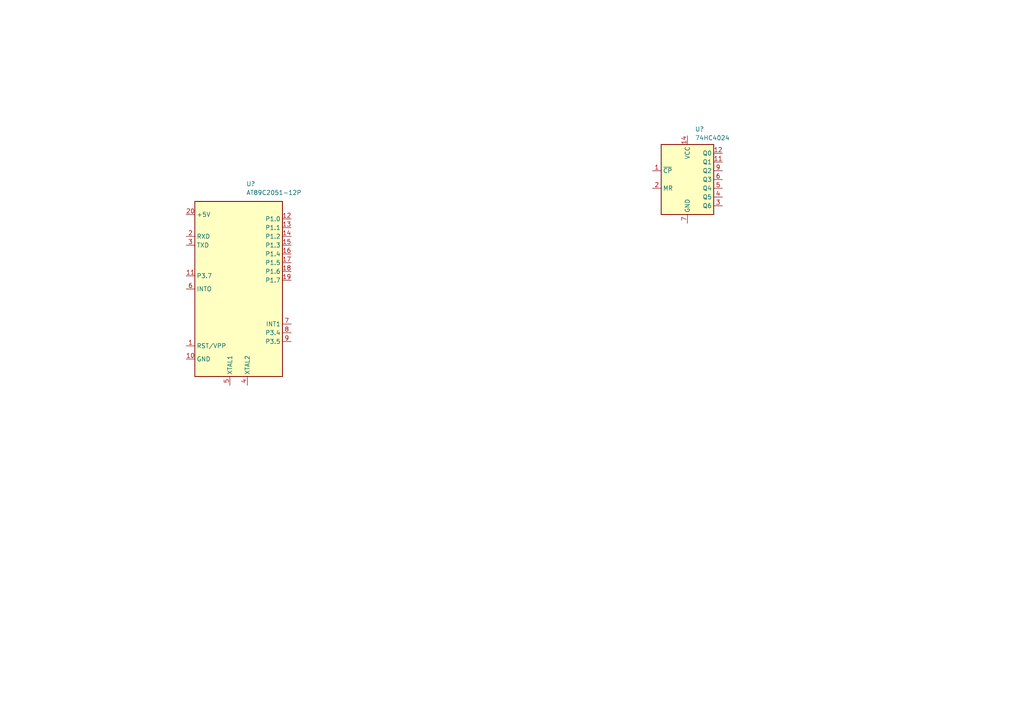
<source format=kicad_sch>
(kicad_sch
	(version 20231120)
	(generator "eeschema")
	(generator_version "8.0")
	(uuid "5e9f077e-120e-43b0-a835-981431380f98")
	(paper "A4")
	(lib_symbols
		(symbol "74xx:74HC4024"
			(exclude_from_sim no)
			(in_bom yes)
			(on_board yes)
			(property "Reference" "U"
				(at -6.35 11.43 0)
				(effects
					(font
						(size 1.27 1.27)
					)
				)
			)
			(property "Value" "74HC4024"
				(at 6.35 11.43 0)
				(effects
					(font
						(size 1.27 1.27)
					)
				)
			)
			(property "Footprint" "Package_SO:SOIC-14_3.9x8.7mm_P1.27mm"
				(at 0 1.27 0)
				(effects
					(font
						(size 1.27 1.27)
					)
					(hide yes)
				)
			)
			(property "Datasheet" "https://assets.nexperia.com/documents/data-sheet/74HC4024.pdf"
				(at 0 1.27 0)
				(effects
					(font
						(size 1.27 1.27)
					)
					(hide yes)
				)
			)
			(property "Description" "7-stage binary ripple counter, SOIC-14"
				(at 0 0 0)
				(effects
					(font
						(size 1.27 1.27)
					)
					(hide yes)
				)
			)
			(property "ki_keywords" "binary counter"
				(at 0 0 0)
				(effects
					(font
						(size 1.27 1.27)
					)
					(hide yes)
				)
			)
			(property "ki_fp_filters" "SOIC*3.9x8.7mm*P1.27mm*"
				(at 0 0 0)
				(effects
					(font
						(size 1.27 1.27)
					)
					(hide yes)
				)
			)
			(symbol "74HC4024_0_1"
				(rectangle
					(start -7.62 10.16)
					(end 7.62 -10.16)
					(stroke
						(width 0.254)
						(type default)
					)
					(fill
						(type background)
					)
				)
			)
			(symbol "74HC4024_1_0"
				(pin input line
					(at -10.16 2.54 0)
					(length 2.54)
					(name "~{CP}"
						(effects
							(font
								(size 1.27 1.27)
							)
						)
					)
					(number "1"
						(effects
							(font
								(size 1.27 1.27)
							)
						)
					)
				)
				(pin no_connect line
					(at -7.62 5.08 0)
					(length 2.54) hide
					(name "~"
						(effects
							(font
								(size 1.27 1.27)
							)
						)
					)
					(number "10"
						(effects
							(font
								(size 1.27 1.27)
							)
						)
					)
				)
				(pin output line
					(at 10.16 5.08 180)
					(length 2.54)
					(name "Q1"
						(effects
							(font
								(size 1.27 1.27)
							)
						)
					)
					(number "11"
						(effects
							(font
								(size 1.27 1.27)
							)
						)
					)
				)
				(pin output line
					(at 10.16 7.62 180)
					(length 2.54)
					(name "Q0"
						(effects
							(font
								(size 1.27 1.27)
							)
						)
					)
					(number "12"
						(effects
							(font
								(size 1.27 1.27)
							)
						)
					)
				)
				(pin no_connect line
					(at -7.62 -5.08 0)
					(length 2.54) hide
					(name "~"
						(effects
							(font
								(size 1.27 1.27)
							)
						)
					)
					(number "13"
						(effects
							(font
								(size 1.27 1.27)
							)
						)
					)
				)
				(pin power_in line
					(at 0 12.7 270)
					(length 2.54)
					(name "VCC"
						(effects
							(font
								(size 1.27 1.27)
							)
						)
					)
					(number "14"
						(effects
							(font
								(size 1.27 1.27)
							)
						)
					)
				)
				(pin input line
					(at -10.16 -2.54 0)
					(length 2.54)
					(name "MR"
						(effects
							(font
								(size 1.27 1.27)
							)
						)
					)
					(number "2"
						(effects
							(font
								(size 1.27 1.27)
							)
						)
					)
				)
				(pin output line
					(at 10.16 -7.62 180)
					(length 2.54)
					(name "Q6"
						(effects
							(font
								(size 1.27 1.27)
							)
						)
					)
					(number "3"
						(effects
							(font
								(size 1.27 1.27)
							)
						)
					)
				)
				(pin output line
					(at 10.16 -5.08 180)
					(length 2.54)
					(name "Q5"
						(effects
							(font
								(size 1.27 1.27)
							)
						)
					)
					(number "4"
						(effects
							(font
								(size 1.27 1.27)
							)
						)
					)
				)
				(pin output line
					(at 10.16 -2.54 180)
					(length 2.54)
					(name "Q4"
						(effects
							(font
								(size 1.27 1.27)
							)
						)
					)
					(number "5"
						(effects
							(font
								(size 1.27 1.27)
							)
						)
					)
				)
				(pin output line
					(at 10.16 0 180)
					(length 2.54)
					(name "Q3"
						(effects
							(font
								(size 1.27 1.27)
							)
						)
					)
					(number "6"
						(effects
							(font
								(size 1.27 1.27)
							)
						)
					)
				)
				(pin power_in line
					(at 0 -12.7 90)
					(length 2.54)
					(name "GND"
						(effects
							(font
								(size 1.27 1.27)
							)
						)
					)
					(number "7"
						(effects
							(font
								(size 1.27 1.27)
							)
						)
					)
				)
				(pin no_connect line
					(at -7.62 7.62 0)
					(length 2.54) hide
					(name "~"
						(effects
							(font
								(size 1.27 1.27)
							)
						)
					)
					(number "8"
						(effects
							(font
								(size 1.27 1.27)
							)
						)
					)
				)
				(pin output line
					(at 10.16 2.54 180)
					(length 2.54)
					(name "Q2"
						(effects
							(font
								(size 1.27 1.27)
							)
						)
					)
					(number "9"
						(effects
							(font
								(size 1.27 1.27)
							)
						)
					)
				)
			)
		)
		(symbol "MCU_Microchip_8051:AT89C2051-12P"
			(exclude_from_sim no)
			(in_bom yes)
			(on_board yes)
			(property "Reference" "U?"
				(at 2.1941 38.1 0)
				(effects
					(font
						(size 1.27 1.27)
					)
					(justify left)
				)
			)
			(property "Value" "AT89C2051-12P"
				(at 2.1941 35.56 0)
				(effects
					(font
						(size 1.27 1.27)
					)
					(justify left)
				)
			)
			(property "Footprint" "Package_DIP:DIP-20_W7.62mm"
				(at -56.896 -39.116 0)
				(effects
					(font
						(size 1.27 1.27)
						(italic yes)
					)
					(hide yes)
				)
			)
			(property "Datasheet" "http://ww1.microchip.com/downloads/en/DeviceDoc/doc0368.pdf"
				(at -51.308 -41.656 0)
				(effects
					(font
						(size 1.27 1.27)
					)
					(hide yes)
				)
			)
			(property "Description" "12MHz, 2kB Flash, 128B SRAM, DIP-20"
				(at -59.182 -39.116 0)
				(effects
					(font
						(size 1.27 1.27)
					)
					(hide yes)
				)
			)
			(property "ki_keywords" "MCS-51 8bit Flash Microcontroller"
				(at 0 0 0)
				(effects
					(font
						(size 1.27 1.27)
					)
					(hide yes)
				)
			)
			(property "ki_fp_filters" "DIP*W7.62mm*"
				(at 0 0 0)
				(effects
					(font
						(size 1.27 1.27)
					)
					(hide yes)
				)
			)
			(symbol "AT89C2051-12P_0_1"
				(rectangle
					(start -12.7 -17.78)
					(end 12.7 33.02)
					(stroke
						(width 0.254)
						(type default)
					)
					(fill
						(type background)
					)
				)
			)
			(symbol "AT89C2051-12P_1_1"
				(pin input line
					(at -15.24 -8.89 0)
					(length 2.54)
					(name "RST/VPP"
						(effects
							(font
								(size 1.27 1.27)
							)
						)
					)
					(number "1"
						(effects
							(font
								(size 1.27 1.27)
							)
						)
					)
				)
				(pin power_in line
					(at -15.24 -12.7 0)
					(length 2.54)
					(name "GND"
						(effects
							(font
								(size 1.27 1.27)
							)
						)
					)
					(number "10"
						(effects
							(font
								(size 1.27 1.27)
							)
						)
					)
				)
				(pin bidirectional line
					(at -15.24 11.43 0)
					(length 2.54)
					(name "P3.7"
						(effects
							(font
								(size 1.27 1.27)
							)
						)
					)
					(number "11"
						(effects
							(font
								(size 1.27 1.27)
							)
						)
					)
				)
				(pin bidirectional line
					(at 15.24 27.94 180)
					(length 2.54)
					(name "P1.0"
						(effects
							(font
								(size 1.27 1.27)
							)
						)
					)
					(number "12"
						(effects
							(font
								(size 1.27 1.27)
							)
						)
					)
				)
				(pin bidirectional line
					(at 15.24 25.4 180)
					(length 2.54)
					(name "P1.1"
						(effects
							(font
								(size 1.27 1.27)
							)
						)
					)
					(number "13"
						(effects
							(font
								(size 1.27 1.27)
							)
						)
					)
				)
				(pin bidirectional line
					(at 15.24 22.86 180)
					(length 2.54)
					(name "P1.2"
						(effects
							(font
								(size 1.27 1.27)
							)
						)
					)
					(number "14"
						(effects
							(font
								(size 1.27 1.27)
							)
						)
					)
				)
				(pin bidirectional line
					(at 15.24 20.32 180)
					(length 2.54)
					(name "P1.3"
						(effects
							(font
								(size 1.27 1.27)
							)
						)
					)
					(number "15"
						(effects
							(font
								(size 1.27 1.27)
							)
						)
					)
				)
				(pin bidirectional line
					(at 15.24 17.78 180)
					(length 2.54)
					(name "P1.4"
						(effects
							(font
								(size 1.27 1.27)
							)
						)
					)
					(number "16"
						(effects
							(font
								(size 1.27 1.27)
							)
						)
					)
				)
				(pin bidirectional line
					(at 15.24 15.24 180)
					(length 2.54)
					(name "P1.5"
						(effects
							(font
								(size 1.27 1.27)
							)
						)
					)
					(number "17"
						(effects
							(font
								(size 1.27 1.27)
							)
						)
					)
				)
				(pin bidirectional line
					(at 15.24 12.7 180)
					(length 2.54)
					(name "P1.6"
						(effects
							(font
								(size 1.27 1.27)
							)
						)
					)
					(number "18"
						(effects
							(font
								(size 1.27 1.27)
							)
						)
					)
				)
				(pin bidirectional line
					(at 15.24 10.16 180)
					(length 2.54)
					(name "P1.7"
						(effects
							(font
								(size 1.27 1.27)
							)
						)
					)
					(number "19"
						(effects
							(font
								(size 1.27 1.27)
							)
						)
					)
				)
				(pin bidirectional line
					(at -15.24 22.86 0)
					(length 2.54)
					(name "RXD"
						(effects
							(font
								(size 1.27 1.27)
							)
						)
					)
					(number "2"
						(effects
							(font
								(size 1.27 1.27)
							)
						)
					)
				)
				(pin power_in line
					(at -15.24 29.21 0)
					(length 2.54)
					(name "+5V"
						(effects
							(font
								(size 1.27 1.27)
							)
						)
					)
					(number "20"
						(effects
							(font
								(size 1.27 1.27)
							)
						)
					)
				)
				(pin bidirectional line
					(at -15.24 20.32 0)
					(length 2.54)
					(name "TXD"
						(effects
							(font
								(size 1.27 1.27)
							)
						)
					)
					(number "3"
						(effects
							(font
								(size 1.27 1.27)
							)
						)
					)
				)
				(pin output line
					(at 2.54 -20.32 90)
					(length 2.54)
					(name "XTAL2"
						(effects
							(font
								(size 1.27 1.27)
							)
						)
					)
					(number "4"
						(effects
							(font
								(size 1.27 1.27)
							)
						)
					)
				)
				(pin input line
					(at -2.54 -20.32 90)
					(length 2.54)
					(name "XTAL1"
						(effects
							(font
								(size 1.27 1.27)
							)
						)
					)
					(number "5"
						(effects
							(font
								(size 1.27 1.27)
							)
						)
					)
				)
				(pin bidirectional line
					(at -15.24 7.62 0)
					(length 2.54)
					(name "INTO"
						(effects
							(font
								(size 1.27 1.27)
							)
						)
					)
					(number "6"
						(effects
							(font
								(size 1.27 1.27)
							)
						)
					)
				)
				(pin bidirectional line
					(at 15.24 -2.54 180)
					(length 2.54)
					(name "INT1"
						(effects
							(font
								(size 1.27 1.27)
							)
						)
					)
					(number "7"
						(effects
							(font
								(size 1.27 1.27)
							)
						)
					)
				)
				(pin bidirectional line
					(at 15.24 -5.08 180)
					(length 2.54)
					(name "P3.4"
						(effects
							(font
								(size 1.27 1.27)
							)
						)
					)
					(number "8"
						(effects
							(font
								(size 1.27 1.27)
							)
						)
					)
				)
				(pin bidirectional line
					(at 15.24 -7.62 180)
					(length 2.54)
					(name "P3.5"
						(effects
							(font
								(size 1.27 1.27)
							)
						)
					)
					(number "9"
						(effects
							(font
								(size 1.27 1.27)
							)
						)
					)
				)
			)
		)
	)
	(symbol
		(lib_id "MCU_Microchip_8051:AT89C2051-12P")
		(at 69.215 91.44 0)
		(unit 1)
		(exclude_from_sim no)
		(in_bom yes)
		(on_board yes)
		(dnp no)
		(fields_autoplaced yes)
		(uuid "8e0bee75-3294-47f4-a720-340e882500bc")
		(property "Reference" "U?"
			(at 71.4091 53.34 0)
			(effects
				(font
					(size 1.27 1.27)
				)
				(justify left)
			)
		)
		(property "Value" "AT89C2051-12P"
			(at 71.4091 55.88 0)
			(effects
				(font
					(size 1.27 1.27)
				)
				(justify left)
			)
		)
		(property "Footprint" "Package_DIP:DIP-20_W7.62mm"
			(at 12.319 130.556 0)
			(effects
				(font
					(size 1.27 1.27)
					(italic yes)
				)
				(hide yes)
			)
		)
		(property "Datasheet" "http://ww1.microchip.com/downloads/en/DeviceDoc/doc0368.pdf"
			(at 17.907 133.096 0)
			(effects
				(font
					(size 1.27 1.27)
				)
				(hide yes)
			)
		)
		(property "Description" "12MHz, 2kB Flash, 128B SRAM, DIP-20"
			(at 10.033 130.556 0)
			(effects
				(font
					(size 1.27 1.27)
				)
				(hide yes)
			)
		)
		(pin "9"
			(uuid "c1690968-e853-47b7-bb24-0f870d7ad403")
		)
		(pin "3"
			(uuid "66625048-9e5a-4f0f-b3e0-efdf91be953e")
		)
		(pin "1"
			(uuid "482f692b-1344-4778-ada7-5fa2c4c2b91c")
		)
		(pin "7"
			(uuid "e47bb7f0-4079-4de7-8838-f6d906454374")
		)
		(pin "5"
			(uuid "c8f36e68-9be5-4d6e-8b2d-c0d00ef8a2cb")
		)
		(pin "15"
			(uuid "243cac54-6379-4599-b1ca-6823b425a63e")
		)
		(pin "13"
			(uuid "3259b8c4-164d-458b-8388-6d915b594de9")
		)
		(pin "11"
			(uuid "f2f8f70f-74c1-4c75-9eda-302829eac62f")
		)
		(pin "17"
			(uuid "7d77bdf8-af15-46c4-83e4-919be970c27a")
		)
		(pin "16"
			(uuid "156f0fda-a205-4847-af93-c0cd08fbd3a0")
		)
		(pin "14"
			(uuid "7faf6ecd-042a-4a25-b47c-9fc13f9d9941")
		)
		(pin "4"
			(uuid "9918b765-a709-45ef-bb7e-676b08365993")
		)
		(pin "10"
			(uuid "67368099-7a03-4f5d-998f-07178bbb1111")
		)
		(pin "18"
			(uuid "24f381fc-1943-4abc-a4e8-8172245854a0")
		)
		(pin "20"
			(uuid "7e069687-6ebf-48d4-91ae-dd1d67d91ae9")
		)
		(pin "12"
			(uuid "a2709f39-e621-4515-99f4-2fbc4f26ee65")
		)
		(pin "2"
			(uuid "abd817c5-1cd7-4ec2-9dbb-ea0761c7dd1f")
		)
		(pin "8"
			(uuid "2610edcd-f911-4eba-af5c-375c34bad93f")
		)
		(pin "19"
			(uuid "b8f6dedd-576f-43ae-84eb-6395861b340e")
		)
		(pin "6"
			(uuid "cbcd36ef-a0bf-4536-9884-4a7583d9ce65")
		)
		(instances
			(project ""
				(path "/5e9f077e-120e-43b0-a835-981431380f98"
					(reference "U?")
					(unit 1)
				)
			)
		)
	)
	(symbol
		(lib_id "74xx:74HC4024")
		(at 199.39 52.07 0)
		(unit 1)
		(exclude_from_sim no)
		(in_bom yes)
		(on_board yes)
		(dnp no)
		(fields_autoplaced yes)
		(uuid "beb573ad-9c44-4ece-927c-4384ad342932")
		(property "Reference" "U?"
			(at 201.5841 37.465 0)
			(effects
				(font
					(size 1.27 1.27)
				)
				(justify left)
			)
		)
		(property "Value" "74HC4024"
			(at 201.5841 40.005 0)
			(effects
				(font
					(size 1.27 1.27)
				)
				(justify left)
			)
		)
		(property "Footprint" "Package_SO:SOIC-14_3.9x8.7mm_P1.27mm"
			(at 199.39 50.8 0)
			(effects
				(font
					(size 1.27 1.27)
				)
				(hide yes)
			)
		)
		(property "Datasheet" "https://assets.nexperia.com/documents/data-sheet/74HC4024.pdf"
			(at 199.39 50.8 0)
			(effects
				(font
					(size 1.27 1.27)
				)
				(hide yes)
			)
		)
		(property "Description" "7-stage binary ripple counter, SOIC-14"
			(at 199.39 52.07 0)
			(effects
				(font
					(size 1.27 1.27)
				)
				(hide yes)
			)
		)
		(pin "1"
			(uuid "3ffeffa1-1334-49e6-a4be-fae81952a19c")
		)
		(pin "14"
			(uuid "8029e6cd-b017-485e-9bd1-124bdaa0d15b")
		)
		(pin "10"
			(uuid "91e3998d-a571-4b64-b881-0f48c2422016")
		)
		(pin "2"
			(uuid "f9106713-294b-4327-8d64-70d2a768f2cd")
		)
		(pin "4"
			(uuid "ad1620fc-0a6f-440c-b9e1-eba698a57c42")
		)
		(pin "11"
			(uuid "0eb3c91c-1478-4e79-9a9e-cfd3bbf6e593")
		)
		(pin "3"
			(uuid "80c2645e-19ce-407f-a76a-9f84de5eb5e3")
		)
		(pin "8"
			(uuid "a8886088-7d27-42ec-a5dd-6655c8a3c122")
		)
		(pin "9"
			(uuid "53bdd63e-5e2c-46de-9e8a-befe14e7e64b")
		)
		(pin "5"
			(uuid "c8fa41eb-32f6-42cc-8ac3-34a8e5dcf827")
		)
		(pin "7"
			(uuid "dddf6e1c-28a4-4dcb-ba01-61faa1d8df65")
		)
		(pin "12"
			(uuid "41db439a-679d-46e4-94a0-44d35a5627cc")
		)
		(pin "6"
			(uuid "1ef7a5d9-f59d-4562-86ba-4b7e663a3ec1")
		)
		(pin "13"
			(uuid "5e92a5c5-c4b3-4ffd-ae4f-7f458308d1cc")
		)
		(instances
			(project ""
				(path "/5e9f077e-120e-43b0-a835-981431380f98"
					(reference "U?")
					(unit 1)
				)
			)
		)
	)
	(sheet_instances
		(path "/"
			(page "1")
		)
	)
)

</source>
